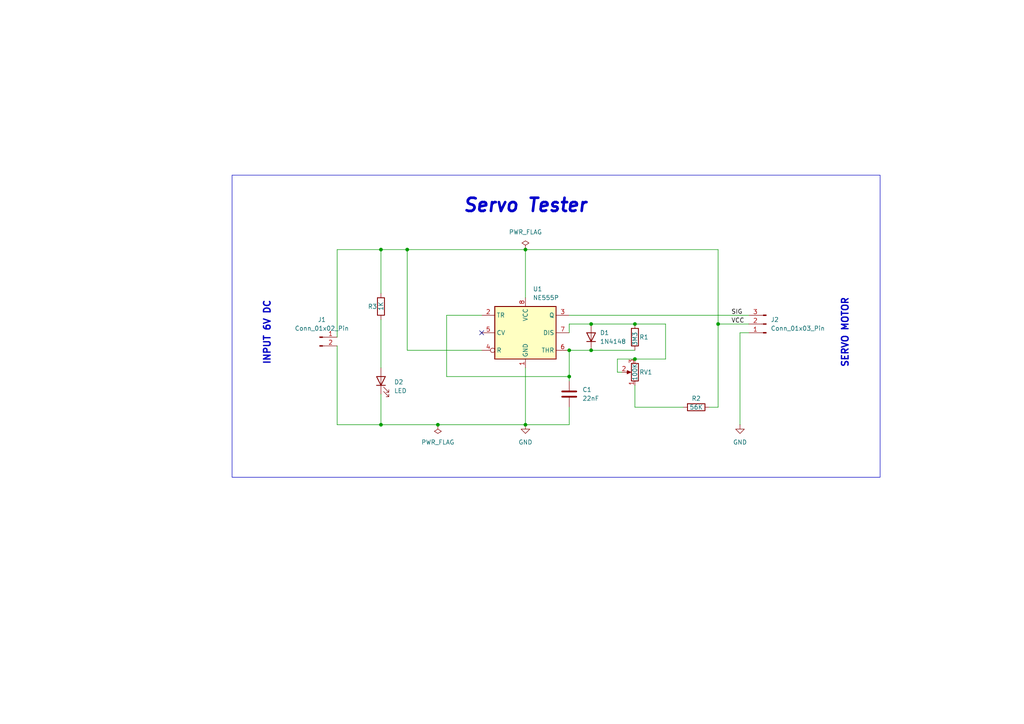
<source format=kicad_sch>
(kicad_sch
	(version 20250114)
	(generator "eeschema")
	(generator_version "9.0")
	(uuid "5afdad33-902c-468b-96a5-1954b63e7e1f")
	(paper "A4")
	(title_block
		(title "Servo Tester")
		(date "2025-05-11")
		(rev "v1")
		(company "Ampnics")
		(comment 1 "Designed by Ramu Roy")
	)
	(lib_symbols
		(symbol "Connector:Conn_01x02_Pin"
			(pin_names
				(offset 1.016)
				(hide yes)
			)
			(exclude_from_sim no)
			(in_bom yes)
			(on_board yes)
			(property "Reference" "J"
				(at 0 2.54 0)
				(effects
					(font
						(size 1.27 1.27)
					)
				)
			)
			(property "Value" "Conn_01x02_Pin"
				(at 0 -5.08 0)
				(effects
					(font
						(size 1.27 1.27)
					)
				)
			)
			(property "Footprint" ""
				(at 0 0 0)
				(effects
					(font
						(size 1.27 1.27)
					)
					(hide yes)
				)
			)
			(property "Datasheet" "~"
				(at 0 0 0)
				(effects
					(font
						(size 1.27 1.27)
					)
					(hide yes)
				)
			)
			(property "Description" "Generic connector, single row, 01x02, script generated"
				(at 0 0 0)
				(effects
					(font
						(size 1.27 1.27)
					)
					(hide yes)
				)
			)
			(property "ki_locked" ""
				(at 0 0 0)
				(effects
					(font
						(size 1.27 1.27)
					)
				)
			)
			(property "ki_keywords" "connector"
				(at 0 0 0)
				(effects
					(font
						(size 1.27 1.27)
					)
					(hide yes)
				)
			)
			(property "ki_fp_filters" "Connector*:*_1x??_*"
				(at 0 0 0)
				(effects
					(font
						(size 1.27 1.27)
					)
					(hide yes)
				)
			)
			(symbol "Conn_01x02_Pin_1_1"
				(rectangle
					(start 0.8636 0.127)
					(end 0 -0.127)
					(stroke
						(width 0.1524)
						(type default)
					)
					(fill
						(type outline)
					)
				)
				(rectangle
					(start 0.8636 -2.413)
					(end 0 -2.667)
					(stroke
						(width 0.1524)
						(type default)
					)
					(fill
						(type outline)
					)
				)
				(polyline
					(pts
						(xy 1.27 0) (xy 0.8636 0)
					)
					(stroke
						(width 0.1524)
						(type default)
					)
					(fill
						(type none)
					)
				)
				(polyline
					(pts
						(xy 1.27 -2.54) (xy 0.8636 -2.54)
					)
					(stroke
						(width 0.1524)
						(type default)
					)
					(fill
						(type none)
					)
				)
				(pin passive line
					(at 5.08 0 180)
					(length 3.81)
					(name "Pin_1"
						(effects
							(font
								(size 1.27 1.27)
							)
						)
					)
					(number "1"
						(effects
							(font
								(size 1.27 1.27)
							)
						)
					)
				)
				(pin passive line
					(at 5.08 -2.54 180)
					(length 3.81)
					(name "Pin_2"
						(effects
							(font
								(size 1.27 1.27)
							)
						)
					)
					(number "2"
						(effects
							(font
								(size 1.27 1.27)
							)
						)
					)
				)
			)
			(embedded_fonts no)
		)
		(symbol "Connector:Conn_01x03_Pin"
			(pin_names
				(offset 1.016)
				(hide yes)
			)
			(exclude_from_sim no)
			(in_bom yes)
			(on_board yes)
			(property "Reference" "J"
				(at 0 5.08 0)
				(effects
					(font
						(size 1.27 1.27)
					)
				)
			)
			(property "Value" "Conn_01x03_Pin"
				(at 0 -5.08 0)
				(effects
					(font
						(size 1.27 1.27)
					)
				)
			)
			(property "Footprint" ""
				(at 0 0 0)
				(effects
					(font
						(size 1.27 1.27)
					)
					(hide yes)
				)
			)
			(property "Datasheet" "~"
				(at 0 0 0)
				(effects
					(font
						(size 1.27 1.27)
					)
					(hide yes)
				)
			)
			(property "Description" "Generic connector, single row, 01x03, script generated"
				(at 0 0 0)
				(effects
					(font
						(size 1.27 1.27)
					)
					(hide yes)
				)
			)
			(property "ki_locked" ""
				(at 0 0 0)
				(effects
					(font
						(size 1.27 1.27)
					)
				)
			)
			(property "ki_keywords" "connector"
				(at 0 0 0)
				(effects
					(font
						(size 1.27 1.27)
					)
					(hide yes)
				)
			)
			(property "ki_fp_filters" "Connector*:*_1x??_*"
				(at 0 0 0)
				(effects
					(font
						(size 1.27 1.27)
					)
					(hide yes)
				)
			)
			(symbol "Conn_01x03_Pin_1_1"
				(rectangle
					(start 0.8636 2.667)
					(end 0 2.413)
					(stroke
						(width 0.1524)
						(type default)
					)
					(fill
						(type outline)
					)
				)
				(rectangle
					(start 0.8636 0.127)
					(end 0 -0.127)
					(stroke
						(width 0.1524)
						(type default)
					)
					(fill
						(type outline)
					)
				)
				(rectangle
					(start 0.8636 -2.413)
					(end 0 -2.667)
					(stroke
						(width 0.1524)
						(type default)
					)
					(fill
						(type outline)
					)
				)
				(polyline
					(pts
						(xy 1.27 2.54) (xy 0.8636 2.54)
					)
					(stroke
						(width 0.1524)
						(type default)
					)
					(fill
						(type none)
					)
				)
				(polyline
					(pts
						(xy 1.27 0) (xy 0.8636 0)
					)
					(stroke
						(width 0.1524)
						(type default)
					)
					(fill
						(type none)
					)
				)
				(polyline
					(pts
						(xy 1.27 -2.54) (xy 0.8636 -2.54)
					)
					(stroke
						(width 0.1524)
						(type default)
					)
					(fill
						(type none)
					)
				)
				(pin passive line
					(at 5.08 2.54 180)
					(length 3.81)
					(name "Pin_1"
						(effects
							(font
								(size 1.27 1.27)
							)
						)
					)
					(number "1"
						(effects
							(font
								(size 1.27 1.27)
							)
						)
					)
				)
				(pin passive line
					(at 5.08 0 180)
					(length 3.81)
					(name "Pin_2"
						(effects
							(font
								(size 1.27 1.27)
							)
						)
					)
					(number "2"
						(effects
							(font
								(size 1.27 1.27)
							)
						)
					)
				)
				(pin passive line
					(at 5.08 -2.54 180)
					(length 3.81)
					(name "Pin_3"
						(effects
							(font
								(size 1.27 1.27)
							)
						)
					)
					(number "3"
						(effects
							(font
								(size 1.27 1.27)
							)
						)
					)
				)
			)
			(embedded_fonts no)
		)
		(symbol "Device:C"
			(pin_numbers
				(hide yes)
			)
			(pin_names
				(offset 0.254)
			)
			(exclude_from_sim no)
			(in_bom yes)
			(on_board yes)
			(property "Reference" "C"
				(at 0.635 2.54 0)
				(effects
					(font
						(size 1.27 1.27)
					)
					(justify left)
				)
			)
			(property "Value" "C"
				(at 0.635 -2.54 0)
				(effects
					(font
						(size 1.27 1.27)
					)
					(justify left)
				)
			)
			(property "Footprint" ""
				(at 0.9652 -3.81 0)
				(effects
					(font
						(size 1.27 1.27)
					)
					(hide yes)
				)
			)
			(property "Datasheet" "~"
				(at 0 0 0)
				(effects
					(font
						(size 1.27 1.27)
					)
					(hide yes)
				)
			)
			(property "Description" "Unpolarized capacitor"
				(at 0 0 0)
				(effects
					(font
						(size 1.27 1.27)
					)
					(hide yes)
				)
			)
			(property "ki_keywords" "cap capacitor"
				(at 0 0 0)
				(effects
					(font
						(size 1.27 1.27)
					)
					(hide yes)
				)
			)
			(property "ki_fp_filters" "C_*"
				(at 0 0 0)
				(effects
					(font
						(size 1.27 1.27)
					)
					(hide yes)
				)
			)
			(symbol "C_0_1"
				(polyline
					(pts
						(xy -2.032 0.762) (xy 2.032 0.762)
					)
					(stroke
						(width 0.508)
						(type default)
					)
					(fill
						(type none)
					)
				)
				(polyline
					(pts
						(xy -2.032 -0.762) (xy 2.032 -0.762)
					)
					(stroke
						(width 0.508)
						(type default)
					)
					(fill
						(type none)
					)
				)
			)
			(symbol "C_1_1"
				(pin passive line
					(at 0 3.81 270)
					(length 2.794)
					(name "~"
						(effects
							(font
								(size 1.27 1.27)
							)
						)
					)
					(number "1"
						(effects
							(font
								(size 1.27 1.27)
							)
						)
					)
				)
				(pin passive line
					(at 0 -3.81 90)
					(length 2.794)
					(name "~"
						(effects
							(font
								(size 1.27 1.27)
							)
						)
					)
					(number "2"
						(effects
							(font
								(size 1.27 1.27)
							)
						)
					)
				)
			)
			(embedded_fonts no)
		)
		(symbol "Device:LED"
			(pin_numbers
				(hide yes)
			)
			(pin_names
				(offset 1.016)
				(hide yes)
			)
			(exclude_from_sim no)
			(in_bom yes)
			(on_board yes)
			(property "Reference" "D"
				(at 0 2.54 0)
				(effects
					(font
						(size 1.27 1.27)
					)
				)
			)
			(property "Value" "LED"
				(at 0 -2.54 0)
				(effects
					(font
						(size 1.27 1.27)
					)
				)
			)
			(property "Footprint" ""
				(at 0 0 0)
				(effects
					(font
						(size 1.27 1.27)
					)
					(hide yes)
				)
			)
			(property "Datasheet" "~"
				(at 0 0 0)
				(effects
					(font
						(size 1.27 1.27)
					)
					(hide yes)
				)
			)
			(property "Description" "Light emitting diode"
				(at 0 0 0)
				(effects
					(font
						(size 1.27 1.27)
					)
					(hide yes)
				)
			)
			(property "Sim.Pins" "1=K 2=A"
				(at 0 0 0)
				(effects
					(font
						(size 1.27 1.27)
					)
					(hide yes)
				)
			)
			(property "ki_keywords" "LED diode"
				(at 0 0 0)
				(effects
					(font
						(size 1.27 1.27)
					)
					(hide yes)
				)
			)
			(property "ki_fp_filters" "LED* LED_SMD:* LED_THT:*"
				(at 0 0 0)
				(effects
					(font
						(size 1.27 1.27)
					)
					(hide yes)
				)
			)
			(symbol "LED_0_1"
				(polyline
					(pts
						(xy -3.048 -0.762) (xy -4.572 -2.286) (xy -3.81 -2.286) (xy -4.572 -2.286) (xy -4.572 -1.524)
					)
					(stroke
						(width 0)
						(type default)
					)
					(fill
						(type none)
					)
				)
				(polyline
					(pts
						(xy -1.778 -0.762) (xy -3.302 -2.286) (xy -2.54 -2.286) (xy -3.302 -2.286) (xy -3.302 -1.524)
					)
					(stroke
						(width 0)
						(type default)
					)
					(fill
						(type none)
					)
				)
				(polyline
					(pts
						(xy -1.27 0) (xy 1.27 0)
					)
					(stroke
						(width 0)
						(type default)
					)
					(fill
						(type none)
					)
				)
				(polyline
					(pts
						(xy -1.27 -1.27) (xy -1.27 1.27)
					)
					(stroke
						(width 0.254)
						(type default)
					)
					(fill
						(type none)
					)
				)
				(polyline
					(pts
						(xy 1.27 -1.27) (xy 1.27 1.27) (xy -1.27 0) (xy 1.27 -1.27)
					)
					(stroke
						(width 0.254)
						(type default)
					)
					(fill
						(type none)
					)
				)
			)
			(symbol "LED_1_1"
				(pin passive line
					(at -3.81 0 0)
					(length 2.54)
					(name "K"
						(effects
							(font
								(size 1.27 1.27)
							)
						)
					)
					(number "1"
						(effects
							(font
								(size 1.27 1.27)
							)
						)
					)
				)
				(pin passive line
					(at 3.81 0 180)
					(length 2.54)
					(name "A"
						(effects
							(font
								(size 1.27 1.27)
							)
						)
					)
					(number "2"
						(effects
							(font
								(size 1.27 1.27)
							)
						)
					)
				)
			)
			(embedded_fonts no)
		)
		(symbol "Device:R"
			(pin_numbers
				(hide yes)
			)
			(pin_names
				(offset 0)
			)
			(exclude_from_sim no)
			(in_bom yes)
			(on_board yes)
			(property "Reference" "R"
				(at 2.032 0 90)
				(effects
					(font
						(size 1.27 1.27)
					)
				)
			)
			(property "Value" "R"
				(at 0 0 90)
				(effects
					(font
						(size 1.27 1.27)
					)
				)
			)
			(property "Footprint" ""
				(at -1.778 0 90)
				(effects
					(font
						(size 1.27 1.27)
					)
					(hide yes)
				)
			)
			(property "Datasheet" "~"
				(at 0 0 0)
				(effects
					(font
						(size 1.27 1.27)
					)
					(hide yes)
				)
			)
			(property "Description" "Resistor"
				(at 0 0 0)
				(effects
					(font
						(size 1.27 1.27)
					)
					(hide yes)
				)
			)
			(property "ki_keywords" "R res resistor"
				(at 0 0 0)
				(effects
					(font
						(size 1.27 1.27)
					)
					(hide yes)
				)
			)
			(property "ki_fp_filters" "R_*"
				(at 0 0 0)
				(effects
					(font
						(size 1.27 1.27)
					)
					(hide yes)
				)
			)
			(symbol "R_0_1"
				(rectangle
					(start -1.016 -2.54)
					(end 1.016 2.54)
					(stroke
						(width 0.254)
						(type default)
					)
					(fill
						(type none)
					)
				)
			)
			(symbol "R_1_1"
				(pin passive line
					(at 0 3.81 270)
					(length 1.27)
					(name "~"
						(effects
							(font
								(size 1.27 1.27)
							)
						)
					)
					(number "1"
						(effects
							(font
								(size 1.27 1.27)
							)
						)
					)
				)
				(pin passive line
					(at 0 -3.81 90)
					(length 1.27)
					(name "~"
						(effects
							(font
								(size 1.27 1.27)
							)
						)
					)
					(number "2"
						(effects
							(font
								(size 1.27 1.27)
							)
						)
					)
				)
			)
			(embedded_fonts no)
		)
		(symbol "Device:R_Potentiometer"
			(pin_names
				(offset 1.016)
				(hide yes)
			)
			(exclude_from_sim no)
			(in_bom yes)
			(on_board yes)
			(property "Reference" "RV"
				(at -4.445 0 90)
				(effects
					(font
						(size 1.27 1.27)
					)
				)
			)
			(property "Value" "R_Potentiometer"
				(at -2.54 0 90)
				(effects
					(font
						(size 1.27 1.27)
					)
				)
			)
			(property "Footprint" ""
				(at 0 0 0)
				(effects
					(font
						(size 1.27 1.27)
					)
					(hide yes)
				)
			)
			(property "Datasheet" "~"
				(at 0 0 0)
				(effects
					(font
						(size 1.27 1.27)
					)
					(hide yes)
				)
			)
			(property "Description" "Potentiometer"
				(at 0 0 0)
				(effects
					(font
						(size 1.27 1.27)
					)
					(hide yes)
				)
			)
			(property "ki_keywords" "resistor variable"
				(at 0 0 0)
				(effects
					(font
						(size 1.27 1.27)
					)
					(hide yes)
				)
			)
			(property "ki_fp_filters" "Potentiometer*"
				(at 0 0 0)
				(effects
					(font
						(size 1.27 1.27)
					)
					(hide yes)
				)
			)
			(symbol "R_Potentiometer_0_1"
				(rectangle
					(start 1.016 2.54)
					(end -1.016 -2.54)
					(stroke
						(width 0.254)
						(type default)
					)
					(fill
						(type none)
					)
				)
				(polyline
					(pts
						(xy 1.143 0) (xy 2.286 0.508) (xy 2.286 -0.508) (xy 1.143 0)
					)
					(stroke
						(width 0)
						(type default)
					)
					(fill
						(type outline)
					)
				)
				(polyline
					(pts
						(xy 2.54 0) (xy 1.524 0)
					)
					(stroke
						(width 0)
						(type default)
					)
					(fill
						(type none)
					)
				)
			)
			(symbol "R_Potentiometer_1_1"
				(pin passive line
					(at 0 3.81 270)
					(length 1.27)
					(name "1"
						(effects
							(font
								(size 1.27 1.27)
							)
						)
					)
					(number "1"
						(effects
							(font
								(size 1.27 1.27)
							)
						)
					)
				)
				(pin passive line
					(at 0 -3.81 90)
					(length 1.27)
					(name "3"
						(effects
							(font
								(size 1.27 1.27)
							)
						)
					)
					(number "3"
						(effects
							(font
								(size 1.27 1.27)
							)
						)
					)
				)
				(pin passive line
					(at 3.81 0 180)
					(length 1.27)
					(name "2"
						(effects
							(font
								(size 1.27 1.27)
							)
						)
					)
					(number "2"
						(effects
							(font
								(size 1.27 1.27)
							)
						)
					)
				)
			)
			(embedded_fonts no)
		)
		(symbol "Diode:1N4148"
			(pin_numbers
				(hide yes)
			)
			(pin_names
				(hide yes)
			)
			(exclude_from_sim no)
			(in_bom yes)
			(on_board yes)
			(property "Reference" "D"
				(at 0 2.54 0)
				(effects
					(font
						(size 1.27 1.27)
					)
				)
			)
			(property "Value" "1N4148"
				(at 0 -2.54 0)
				(effects
					(font
						(size 1.27 1.27)
					)
				)
			)
			(property "Footprint" "Diode_THT:D_DO-35_SOD27_P7.62mm_Horizontal"
				(at 0 0 0)
				(effects
					(font
						(size 1.27 1.27)
					)
					(hide yes)
				)
			)
			(property "Datasheet" "https://assets.nexperia.com/documents/data-sheet/1N4148_1N4448.pdf"
				(at 0 0 0)
				(effects
					(font
						(size 1.27 1.27)
					)
					(hide yes)
				)
			)
			(property "Description" "100V 0.15A standard switching diode, DO-35"
				(at 0 0 0)
				(effects
					(font
						(size 1.27 1.27)
					)
					(hide yes)
				)
			)
			(property "Sim.Device" "D"
				(at 0 0 0)
				(effects
					(font
						(size 1.27 1.27)
					)
					(hide yes)
				)
			)
			(property "Sim.Pins" "1=K 2=A"
				(at 0 0 0)
				(effects
					(font
						(size 1.27 1.27)
					)
					(hide yes)
				)
			)
			(property "ki_keywords" "diode"
				(at 0 0 0)
				(effects
					(font
						(size 1.27 1.27)
					)
					(hide yes)
				)
			)
			(property "ki_fp_filters" "D*DO?35*"
				(at 0 0 0)
				(effects
					(font
						(size 1.27 1.27)
					)
					(hide yes)
				)
			)
			(symbol "1N4148_0_1"
				(polyline
					(pts
						(xy -1.27 1.27) (xy -1.27 -1.27)
					)
					(stroke
						(width 0.254)
						(type default)
					)
					(fill
						(type none)
					)
				)
				(polyline
					(pts
						(xy 1.27 1.27) (xy 1.27 -1.27) (xy -1.27 0) (xy 1.27 1.27)
					)
					(stroke
						(width 0.254)
						(type default)
					)
					(fill
						(type none)
					)
				)
				(polyline
					(pts
						(xy 1.27 0) (xy -1.27 0)
					)
					(stroke
						(width 0)
						(type default)
					)
					(fill
						(type none)
					)
				)
			)
			(symbol "1N4148_1_1"
				(pin passive line
					(at -3.81 0 0)
					(length 2.54)
					(name "K"
						(effects
							(font
								(size 1.27 1.27)
							)
						)
					)
					(number "1"
						(effects
							(font
								(size 1.27 1.27)
							)
						)
					)
				)
				(pin passive line
					(at 3.81 0 180)
					(length 2.54)
					(name "A"
						(effects
							(font
								(size 1.27 1.27)
							)
						)
					)
					(number "2"
						(effects
							(font
								(size 1.27 1.27)
							)
						)
					)
				)
			)
			(embedded_fonts no)
		)
		(symbol "Timer:NE555P"
			(exclude_from_sim no)
			(in_bom yes)
			(on_board yes)
			(property "Reference" "U"
				(at -10.16 8.89 0)
				(effects
					(font
						(size 1.27 1.27)
					)
					(justify left)
				)
			)
			(property "Value" "NE555P"
				(at 2.54 8.89 0)
				(effects
					(font
						(size 1.27 1.27)
					)
					(justify left)
				)
			)
			(property "Footprint" "Package_DIP:DIP-8_W7.62mm"
				(at 16.51 -10.16 0)
				(effects
					(font
						(size 1.27 1.27)
					)
					(hide yes)
				)
			)
			(property "Datasheet" "http://www.ti.com/lit/ds/symlink/ne555.pdf"
				(at 21.59 -10.16 0)
				(effects
					(font
						(size 1.27 1.27)
					)
					(hide yes)
				)
			)
			(property "Description" "Precision Timers, 555 compatible,  PDIP-8"
				(at 0 0 0)
				(effects
					(font
						(size 1.27 1.27)
					)
					(hide yes)
				)
			)
			(property "ki_keywords" "single timer 555"
				(at 0 0 0)
				(effects
					(font
						(size 1.27 1.27)
					)
					(hide yes)
				)
			)
			(property "ki_fp_filters" "DIP*W7.62mm*"
				(at 0 0 0)
				(effects
					(font
						(size 1.27 1.27)
					)
					(hide yes)
				)
			)
			(symbol "NE555P_0_0"
				(pin power_in line
					(at 0 10.16 270)
					(length 2.54)
					(name "VCC"
						(effects
							(font
								(size 1.27 1.27)
							)
						)
					)
					(number "8"
						(effects
							(font
								(size 1.27 1.27)
							)
						)
					)
				)
				(pin power_in line
					(at 0 -10.16 90)
					(length 2.54)
					(name "GND"
						(effects
							(font
								(size 1.27 1.27)
							)
						)
					)
					(number "1"
						(effects
							(font
								(size 1.27 1.27)
							)
						)
					)
				)
			)
			(symbol "NE555P_0_1"
				(rectangle
					(start -8.89 -7.62)
					(end 8.89 7.62)
					(stroke
						(width 0.254)
						(type default)
					)
					(fill
						(type background)
					)
				)
				(rectangle
					(start -8.89 -7.62)
					(end 8.89 7.62)
					(stroke
						(width 0.254)
						(type default)
					)
					(fill
						(type background)
					)
				)
			)
			(symbol "NE555P_1_1"
				(pin input line
					(at -12.7 5.08 0)
					(length 3.81)
					(name "TR"
						(effects
							(font
								(size 1.27 1.27)
							)
						)
					)
					(number "2"
						(effects
							(font
								(size 1.27 1.27)
							)
						)
					)
				)
				(pin input line
					(at -12.7 0 0)
					(length 3.81)
					(name "CV"
						(effects
							(font
								(size 1.27 1.27)
							)
						)
					)
					(number "5"
						(effects
							(font
								(size 1.27 1.27)
							)
						)
					)
				)
				(pin input inverted
					(at -12.7 -5.08 0)
					(length 3.81)
					(name "R"
						(effects
							(font
								(size 1.27 1.27)
							)
						)
					)
					(number "4"
						(effects
							(font
								(size 1.27 1.27)
							)
						)
					)
				)
				(pin output line
					(at 12.7 5.08 180)
					(length 3.81)
					(name "Q"
						(effects
							(font
								(size 1.27 1.27)
							)
						)
					)
					(number "3"
						(effects
							(font
								(size 1.27 1.27)
							)
						)
					)
				)
				(pin input line
					(at 12.7 0 180)
					(length 3.81)
					(name "DIS"
						(effects
							(font
								(size 1.27 1.27)
							)
						)
					)
					(number "7"
						(effects
							(font
								(size 1.27 1.27)
							)
						)
					)
				)
				(pin input line
					(at 12.7 -5.08 180)
					(length 3.81)
					(name "THR"
						(effects
							(font
								(size 1.27 1.27)
							)
						)
					)
					(number "6"
						(effects
							(font
								(size 1.27 1.27)
							)
						)
					)
				)
			)
			(embedded_fonts no)
		)
		(symbol "power:GND"
			(power)
			(pin_numbers
				(hide yes)
			)
			(pin_names
				(offset 0)
				(hide yes)
			)
			(exclude_from_sim no)
			(in_bom yes)
			(on_board yes)
			(property "Reference" "#PWR"
				(at 0 -6.35 0)
				(effects
					(font
						(size 1.27 1.27)
					)
					(hide yes)
				)
			)
			(property "Value" "GND"
				(at 0 -3.81 0)
				(effects
					(font
						(size 1.27 1.27)
					)
				)
			)
			(property "Footprint" ""
				(at 0 0 0)
				(effects
					(font
						(size 1.27 1.27)
					)
					(hide yes)
				)
			)
			(property "Datasheet" ""
				(at 0 0 0)
				(effects
					(font
						(size 1.27 1.27)
					)
					(hide yes)
				)
			)
			(property "Description" "Power symbol creates a global label with name \"GND\" , ground"
				(at 0 0 0)
				(effects
					(font
						(size 1.27 1.27)
					)
					(hide yes)
				)
			)
			(property "ki_keywords" "global power"
				(at 0 0 0)
				(effects
					(font
						(size 1.27 1.27)
					)
					(hide yes)
				)
			)
			(symbol "GND_0_1"
				(polyline
					(pts
						(xy 0 0) (xy 0 -1.27) (xy 1.27 -1.27) (xy 0 -2.54) (xy -1.27 -1.27) (xy 0 -1.27)
					)
					(stroke
						(width 0)
						(type default)
					)
					(fill
						(type none)
					)
				)
			)
			(symbol "GND_1_1"
				(pin power_in line
					(at 0 0 270)
					(length 0)
					(name "~"
						(effects
							(font
								(size 1.27 1.27)
							)
						)
					)
					(number "1"
						(effects
							(font
								(size 1.27 1.27)
							)
						)
					)
				)
			)
			(embedded_fonts no)
		)
		(symbol "power:PWR_FLAG"
			(power)
			(pin_numbers
				(hide yes)
			)
			(pin_names
				(offset 0)
				(hide yes)
			)
			(exclude_from_sim no)
			(in_bom yes)
			(on_board yes)
			(property "Reference" "#FLG"
				(at 0 1.905 0)
				(effects
					(font
						(size 1.27 1.27)
					)
					(hide yes)
				)
			)
			(property "Value" "PWR_FLAG"
				(at 0 3.81 0)
				(effects
					(font
						(size 1.27 1.27)
					)
				)
			)
			(property "Footprint" ""
				(at 0 0 0)
				(effects
					(font
						(size 1.27 1.27)
					)
					(hide yes)
				)
			)
			(property "Datasheet" "~"
				(at 0 0 0)
				(effects
					(font
						(size 1.27 1.27)
					)
					(hide yes)
				)
			)
			(property "Description" "Special symbol for telling ERC where power comes from"
				(at 0 0 0)
				(effects
					(font
						(size 1.27 1.27)
					)
					(hide yes)
				)
			)
			(property "ki_keywords" "flag power"
				(at 0 0 0)
				(effects
					(font
						(size 1.27 1.27)
					)
					(hide yes)
				)
			)
			(symbol "PWR_FLAG_0_0"
				(pin power_out line
					(at 0 0 90)
					(length 0)
					(name "~"
						(effects
							(font
								(size 1.27 1.27)
							)
						)
					)
					(number "1"
						(effects
							(font
								(size 1.27 1.27)
							)
						)
					)
				)
			)
			(symbol "PWR_FLAG_0_1"
				(polyline
					(pts
						(xy 0 0) (xy 0 1.27) (xy -1.016 1.905) (xy 0 2.54) (xy 1.016 1.905) (xy 0 1.27)
					)
					(stroke
						(width 0)
						(type default)
					)
					(fill
						(type none)
					)
				)
			)
			(embedded_fonts no)
		)
	)
	(rectangle
		(start 67.31 50.8)
		(end 255.27 138.43)
		(stroke
			(width 0)
			(type default)
		)
		(fill
			(type none)
		)
		(uuid 4ec7d237-2a92-4196-8cd9-4dfa30a28288)
	)
	(text "Servo Tester"
		(exclude_from_sim no)
		(at 152.4 59.69 0)
		(effects
			(font
				(size 3.81 3.81)
				(thickness 0.762)
				(bold yes)
				(italic yes)
			)
		)
		(uuid "369b88d1-538f-4df3-a438-0753d08e80a1")
	)
	(text "INPUT 6V DC"
		(exclude_from_sim no)
		(at 77.47 96.52 90)
		(effects
			(font
				(size 1.905 1.905)
				(thickness 0.381)
				(bold yes)
			)
		)
		(uuid "3fd1911f-9be2-462d-8e4b-5d7f453a490e")
	)
	(text "SERVO MOTOR"
		(exclude_from_sim no)
		(at 245.11 96.52 90)
		(effects
			(font
				(size 1.905 1.905)
				(thickness 0.381)
				(bold yes)
			)
		)
		(uuid "deac5396-8b58-438e-a1d5-35fd5651b93c")
	)
	(junction
		(at 110.49 72.39)
		(diameter 0)
		(color 0 0 0 0)
		(uuid "3f46134a-843f-40a0-9784-f13369efd7ea")
	)
	(junction
		(at 171.45 93.98)
		(diameter 0)
		(color 0 0 0 0)
		(uuid "3fffb005-4959-4674-96cf-2cb6b1ce3817")
	)
	(junction
		(at 208.28 93.98)
		(diameter 0)
		(color 0 0 0 0)
		(uuid "5b768e36-68fe-4306-89b9-3ae9a76cf46f")
	)
	(junction
		(at 110.49 123.19)
		(diameter 0)
		(color 0 0 0 0)
		(uuid "6df09b6b-b1ed-4bb0-8225-b9b4840167f0")
	)
	(junction
		(at 118.11 72.39)
		(diameter 0)
		(color 0 0 0 0)
		(uuid "85db1c48-4799-4236-9108-ca312984ed47")
	)
	(junction
		(at 127 123.19)
		(diameter 0)
		(color 0 0 0 0)
		(uuid "a88e12eb-e97c-4d5a-8970-51c453cd0d6d")
	)
	(junction
		(at 171.45 101.6)
		(diameter 0)
		(color 0 0 0 0)
		(uuid "ac25d427-db0a-4754-a963-edd149e148b6")
	)
	(junction
		(at 184.15 93.98)
		(diameter 0)
		(color 0 0 0 0)
		(uuid "b049ca13-0496-40bf-aacc-249f2a6ca683")
	)
	(junction
		(at 184.15 104.14)
		(diameter 0)
		(color 0 0 0 0)
		(uuid "c0f9e252-3503-45ad-9b0c-a1e50f487a87")
	)
	(junction
		(at 152.4 72.39)
		(diameter 0)
		(color 0 0 0 0)
		(uuid "d1b166d8-08aa-40be-98c5-05ae6e932d6e")
	)
	(junction
		(at 165.1 101.6)
		(diameter 0)
		(color 0 0 0 0)
		(uuid "d9172793-8b6e-4e2e-b2d7-eca6635d6d96")
	)
	(junction
		(at 165.1 109.22)
		(diameter 0)
		(color 0 0 0 0)
		(uuid "e6954237-e351-40ed-a516-3e26aa05a905")
	)
	(junction
		(at 152.4 123.19)
		(diameter 0)
		(color 0 0 0 0)
		(uuid "fcc201d0-fa11-45ff-a248-2fd1073aefec")
	)
	(no_connect
		(at 139.7 96.52)
		(uuid "75786524-698e-45ce-a42d-5fb4fa016b8b")
	)
	(wire
		(pts
			(xy 110.49 85.09) (xy 110.49 72.39)
		)
		(stroke
			(width 0)
			(type default)
		)
		(uuid "02181833-3029-4558-ac71-fd46c4056db8")
	)
	(wire
		(pts
			(xy 184.15 104.14) (xy 193.04 104.14)
		)
		(stroke
			(width 0)
			(type default)
		)
		(uuid "0786ba86-cf58-43ac-8a51-7f4c3b25baf7")
	)
	(wire
		(pts
			(xy 139.7 91.44) (xy 129.54 91.44)
		)
		(stroke
			(width 0)
			(type default)
		)
		(uuid "1411e0e4-2493-42c7-aa96-8a12e3b9dffb")
	)
	(wire
		(pts
			(xy 184.15 118.11) (xy 198.12 118.11)
		)
		(stroke
			(width 0)
			(type default)
		)
		(uuid "1c0010bc-6de8-418a-96d4-5e7c675c3409")
	)
	(wire
		(pts
			(xy 171.45 93.98) (xy 165.1 93.98)
		)
		(stroke
			(width 0)
			(type default)
		)
		(uuid "1da40be4-b5b3-4fe4-adc7-dce555e02f69")
	)
	(wire
		(pts
			(xy 152.4 72.39) (xy 208.28 72.39)
		)
		(stroke
			(width 0)
			(type default)
		)
		(uuid "202d0c37-c4a3-4cf0-ade9-2425051dc5ee")
	)
	(wire
		(pts
			(xy 110.49 123.19) (xy 127 123.19)
		)
		(stroke
			(width 0)
			(type default)
		)
		(uuid "2130594b-71c4-40f1-8d39-9534453813ed")
	)
	(wire
		(pts
			(xy 165.1 91.44) (xy 217.17 91.44)
		)
		(stroke
			(width 0)
			(type default)
		)
		(uuid "2a058250-e856-48f4-a6ae-edbc29daa9a6")
	)
	(wire
		(pts
			(xy 110.49 72.39) (xy 118.11 72.39)
		)
		(stroke
			(width 0)
			(type default)
		)
		(uuid "30a0898f-9d49-4218-80bb-adbc2f546299")
	)
	(wire
		(pts
			(xy 118.11 101.6) (xy 118.11 72.39)
		)
		(stroke
			(width 0)
			(type default)
		)
		(uuid "38e6ff51-8a42-4c7c-aa56-3d31df4856c8")
	)
	(wire
		(pts
			(xy 165.1 101.6) (xy 171.45 101.6)
		)
		(stroke
			(width 0)
			(type default)
		)
		(uuid "39bffc48-507a-4c1c-a6fb-7d51e40175ef")
	)
	(wire
		(pts
			(xy 129.54 109.22) (xy 165.1 109.22)
		)
		(stroke
			(width 0)
			(type default)
		)
		(uuid "3cd06494-01bc-43dc-b48f-bae9b017196c")
	)
	(wire
		(pts
			(xy 171.45 93.98) (xy 184.15 93.98)
		)
		(stroke
			(width 0)
			(type default)
		)
		(uuid "49fdac89-ef56-4f59-af84-0cedc054880d")
	)
	(wire
		(pts
			(xy 129.54 91.44) (xy 129.54 109.22)
		)
		(stroke
			(width 0)
			(type default)
		)
		(uuid "5c22ed00-7b21-4f2d-b62d-5d422c783a4e")
	)
	(wire
		(pts
			(xy 127 123.19) (xy 152.4 123.19)
		)
		(stroke
			(width 0)
			(type default)
		)
		(uuid "66cfcd6a-d754-4850-915d-f69aeae13a2c")
	)
	(wire
		(pts
			(xy 180.34 107.95) (xy 179.07 107.95)
		)
		(stroke
			(width 0)
			(type default)
		)
		(uuid "67b7c0fb-f62f-4515-b82a-93fa56b36615")
	)
	(wire
		(pts
			(xy 152.4 123.19) (xy 165.1 123.19)
		)
		(stroke
			(width 0)
			(type default)
		)
		(uuid "71da0245-5d9e-4d06-ad1a-a640b86d1c90")
	)
	(wire
		(pts
			(xy 110.49 114.3) (xy 110.49 123.19)
		)
		(stroke
			(width 0)
			(type default)
		)
		(uuid "7475a9d3-40d3-42cb-a618-f644fcbe10a3")
	)
	(wire
		(pts
			(xy 165.1 101.6) (xy 165.1 109.22)
		)
		(stroke
			(width 0)
			(type default)
		)
		(uuid "74ebdf90-c4a3-4e24-b8c9-6d13eee97cec")
	)
	(wire
		(pts
			(xy 110.49 92.71) (xy 110.49 106.68)
		)
		(stroke
			(width 0)
			(type default)
		)
		(uuid "85cd45dd-a480-4eba-8175-5aa92eafeda7")
	)
	(wire
		(pts
			(xy 205.74 118.11) (xy 208.28 118.11)
		)
		(stroke
			(width 0)
			(type default)
		)
		(uuid "89321ea9-0c8b-4032-bd46-4885a7bf440b")
	)
	(wire
		(pts
			(xy 97.79 97.79) (xy 97.79 72.39)
		)
		(stroke
			(width 0)
			(type default)
		)
		(uuid "8f00066c-4adf-4a1b-96d5-561fe3e857ac")
	)
	(wire
		(pts
			(xy 165.1 93.98) (xy 165.1 96.52)
		)
		(stroke
			(width 0)
			(type default)
		)
		(uuid "917f66a2-d77f-407b-8e9a-cce0ac8cc044")
	)
	(wire
		(pts
			(xy 97.79 72.39) (xy 110.49 72.39)
		)
		(stroke
			(width 0)
			(type default)
		)
		(uuid "9c2abb9d-037f-40d3-af61-2e560e448c87")
	)
	(wire
		(pts
			(xy 179.07 107.95) (xy 179.07 104.14)
		)
		(stroke
			(width 0)
			(type default)
		)
		(uuid "a5e11a84-2f4d-405b-9724-1fa39109790d")
	)
	(wire
		(pts
			(xy 184.15 111.76) (xy 184.15 118.11)
		)
		(stroke
			(width 0)
			(type default)
		)
		(uuid "a660ddc3-9ca2-4318-9227-521f072f18d1")
	)
	(wire
		(pts
			(xy 208.28 72.39) (xy 208.28 93.98)
		)
		(stroke
			(width 0)
			(type default)
		)
		(uuid "b08a802e-e1f7-4b1f-9eed-1a2c8f477174")
	)
	(wire
		(pts
			(xy 193.04 93.98) (xy 184.15 93.98)
		)
		(stroke
			(width 0)
			(type default)
		)
		(uuid "b478ea97-0623-441a-a636-3a999af87b84")
	)
	(wire
		(pts
			(xy 217.17 96.52) (xy 214.63 96.52)
		)
		(stroke
			(width 0)
			(type default)
		)
		(uuid "b53edde3-d882-4b68-9739-a7ac11e1818d")
	)
	(wire
		(pts
			(xy 208.28 93.98) (xy 208.28 118.11)
		)
		(stroke
			(width 0)
			(type default)
		)
		(uuid "c1f3f752-e7a4-4ea6-a965-704fe8f87c55")
	)
	(wire
		(pts
			(xy 193.04 104.14) (xy 193.04 93.98)
		)
		(stroke
			(width 0)
			(type default)
		)
		(uuid "c3b69639-0a8b-4534-9071-100388d37983")
	)
	(wire
		(pts
			(xy 165.1 109.22) (xy 165.1 110.49)
		)
		(stroke
			(width 0)
			(type default)
		)
		(uuid "d0eb7d69-dd2d-4c6d-a1c5-13939e7e0818")
	)
	(wire
		(pts
			(xy 97.79 100.33) (xy 97.79 123.19)
		)
		(stroke
			(width 0)
			(type default)
		)
		(uuid "d427175b-24bd-4200-a51a-362deceace94")
	)
	(wire
		(pts
			(xy 179.07 104.14) (xy 184.15 104.14)
		)
		(stroke
			(width 0)
			(type default)
		)
		(uuid "d8ea377e-31b4-4d41-ab88-e30833d5d899")
	)
	(wire
		(pts
			(xy 152.4 72.39) (xy 152.4 86.36)
		)
		(stroke
			(width 0)
			(type default)
		)
		(uuid "daed4966-d5c5-47e2-aae2-c140f74df20e")
	)
	(wire
		(pts
			(xy 165.1 123.19) (xy 165.1 118.11)
		)
		(stroke
			(width 0)
			(type default)
		)
		(uuid "e4ce74e8-75d1-48df-b077-6c0e03793f26")
	)
	(wire
		(pts
			(xy 97.79 123.19) (xy 110.49 123.19)
		)
		(stroke
			(width 0)
			(type default)
		)
		(uuid "e74666d5-8ede-4530-a86f-c67b61e51b1d")
	)
	(wire
		(pts
			(xy 171.45 101.6) (xy 184.15 101.6)
		)
		(stroke
			(width 0)
			(type default)
		)
		(uuid "ecb44cc1-2efa-4eb9-9d86-04e0e884406d")
	)
	(wire
		(pts
			(xy 208.28 93.98) (xy 217.17 93.98)
		)
		(stroke
			(width 0)
			(type default)
		)
		(uuid "f1966a83-4011-4076-bbf8-f810a1b68943")
	)
	(wire
		(pts
			(xy 139.7 101.6) (xy 118.11 101.6)
		)
		(stroke
			(width 0)
			(type default)
		)
		(uuid "f566a6e1-1919-487c-abd1-3f622d6aa045")
	)
	(wire
		(pts
			(xy 152.4 106.68) (xy 152.4 123.19)
		)
		(stroke
			(width 0)
			(type default)
		)
		(uuid "f7dda6ae-5b5c-4089-bc1c-4aa477f8afa6")
	)
	(wire
		(pts
			(xy 214.63 96.52) (xy 214.63 123.19)
		)
		(stroke
			(width 0)
			(type default)
		)
		(uuid "f8845007-501a-44c4-8c15-568ff01856a4")
	)
	(wire
		(pts
			(xy 118.11 72.39) (xy 152.4 72.39)
		)
		(stroke
			(width 0)
			(type default)
		)
		(uuid "fcc65c0a-d544-46f0-97e8-d2c054c52c6a")
	)
	(label "VCC"
		(at 212.09 93.98 0)
		(effects
			(font
				(size 1.27 1.27)
			)
			(justify left bottom)
		)
		(uuid "50a2a87c-d7cc-432d-857f-017360932a64")
	)
	(label "SIG"
		(at 212.09 91.44 0)
		(effects
			(font
				(size 1.27 1.27)
			)
			(justify left bottom)
		)
		(uuid "f9186653-da40-4be4-b302-75f227aeb3be")
	)
	(symbol
		(lib_id "Device:R")
		(at 184.15 97.79 0)
		(unit 1)
		(exclude_from_sim no)
		(in_bom yes)
		(on_board yes)
		(dnp no)
		(uuid "0e62b76e-3f59-4e81-af74-a5fc2c2f827e")
		(property "Reference" "R1"
			(at 185.42 97.79 0)
			(effects
				(font
					(size 1.27 1.27)
				)
				(justify left)
			)
		)
		(property "Value" "3M3"
			(at 184.15 100.33 90)
			(effects
				(font
					(size 1.27 1.27)
				)
				(justify left)
			)
		)
		(property "Footprint" "Resistor_THT:R_Axial_DIN0204_L3.6mm_D1.6mm_P7.62mm_Horizontal"
			(at 182.372 97.79 90)
			(effects
				(font
					(size 1.27 1.27)
				)
				(hide yes)
			)
		)
		(property "Datasheet" "~"
			(at 184.15 97.79 0)
			(effects
				(font
					(size 1.27 1.27)
				)
				(hide yes)
			)
		)
		(property "Description" "Resistor"
			(at 184.15 97.79 0)
			(effects
				(font
					(size 1.27 1.27)
				)
				(hide yes)
			)
		)
		(pin "1"
			(uuid "81b2d61b-d554-4d04-a057-c59066c62848")
		)
		(pin "2"
			(uuid "e9909764-b47f-43dd-9b5f-3041d5955f2a")
		)
		(instances
			(project ""
				(path "/5afdad33-902c-468b-96a5-1954b63e7e1f"
					(reference "R1")
					(unit 1)
				)
			)
		)
	)
	(symbol
		(lib_id "Device:R_Potentiometer")
		(at 184.15 107.95 180)
		(unit 1)
		(exclude_from_sim no)
		(in_bom yes)
		(on_board yes)
		(dnp no)
		(uuid "2a19e6b0-a0b8-490f-a3bc-ba59a26c9a2f")
		(property "Reference" "RV1"
			(at 185.42 107.95 0)
			(effects
				(font
					(size 1.27 1.27)
				)
				(justify right)
			)
		)
		(property "Value" "100K"
			(at 184.15 110.49 90)
			(effects
				(font
					(size 1.27 1.27)
				)
				(justify right)
			)
		)
		(property "Footprint" "Potentiometer_THT:Potentiometer_Alps_RK163_Single_Horizontal"
			(at 184.15 107.95 0)
			(effects
				(font
					(size 1.27 1.27)
				)
				(hide yes)
			)
		)
		(property "Datasheet" "~"
			(at 184.15 107.95 0)
			(effects
				(font
					(size 1.27 1.27)
				)
				(hide yes)
			)
		)
		(property "Description" "Potentiometer"
			(at 184.15 107.95 0)
			(effects
				(font
					(size 1.27 1.27)
				)
				(hide yes)
			)
		)
		(pin "1"
			(uuid "8966e8ba-2a2c-44b8-9c9b-b48fa02be028")
		)
		(pin "3"
			(uuid "0be8d704-1ec8-4780-974a-57531197bca7")
		)
		(pin "2"
			(uuid "d5791f2c-e41a-4225-a2d7-ce52310360c3")
		)
		(instances
			(project ""
				(path "/5afdad33-902c-468b-96a5-1954b63e7e1f"
					(reference "RV1")
					(unit 1)
				)
			)
		)
	)
	(symbol
		(lib_id "Connector:Conn_01x02_Pin")
		(at 92.71 97.79 0)
		(unit 1)
		(exclude_from_sim no)
		(in_bom yes)
		(on_board yes)
		(dnp no)
		(fields_autoplaced yes)
		(uuid "3b3505f2-6f47-48cb-b615-aba773d69e70")
		(property "Reference" "J1"
			(at 93.345 92.71 0)
			(effects
				(font
					(size 1.27 1.27)
				)
			)
		)
		(property "Value" "Conn_01x02_Pin"
			(at 93.345 95.25 0)
			(effects
				(font
					(size 1.27 1.27)
				)
			)
		)
		(property "Footprint" "Connector_PinHeader_2.54mm:PinHeader_1x02_P2.54mm_Horizontal"
			(at 92.71 97.79 0)
			(effects
				(font
					(size 1.27 1.27)
				)
				(hide yes)
			)
		)
		(property "Datasheet" "~"
			(at 92.71 97.79 0)
			(effects
				(font
					(size 1.27 1.27)
				)
				(hide yes)
			)
		)
		(property "Description" "Generic connector, single row, 01x02, script generated"
			(at 92.71 97.79 0)
			(effects
				(font
					(size 1.27 1.27)
				)
				(hide yes)
			)
		)
		(pin "1"
			(uuid "78552e64-69ce-4980-980c-d250c1f7c0f6")
		)
		(pin "2"
			(uuid "c2e2aed9-921d-40ae-8a74-0e1d9dcce393")
		)
		(instances
			(project ""
				(path "/5afdad33-902c-468b-96a5-1954b63e7e1f"
					(reference "J1")
					(unit 1)
				)
			)
		)
	)
	(symbol
		(lib_id "Device:LED")
		(at 110.49 110.49 90)
		(unit 1)
		(exclude_from_sim no)
		(in_bom yes)
		(on_board yes)
		(dnp no)
		(fields_autoplaced yes)
		(uuid "609eff7e-7edb-45df-9d99-5b6ab67d430c")
		(property "Reference" "D2"
			(at 114.3 110.8074 90)
			(effects
				(font
					(size 1.27 1.27)
				)
				(justify right)
			)
		)
		(property "Value" "LED"
			(at 114.3 113.3474 90)
			(effects
				(font
					(size 1.27 1.27)
				)
				(justify right)
			)
		)
		(property "Footprint" "LED_THT:LED_D3.0mm"
			(at 110.49 110.49 0)
			(effects
				(font
					(size 1.27 1.27)
				)
				(hide yes)
			)
		)
		(property "Datasheet" "~"
			(at 110.49 110.49 0)
			(effects
				(font
					(size 1.27 1.27)
				)
				(hide yes)
			)
		)
		(property "Description" "Light emitting diode"
			(at 110.49 110.49 0)
			(effects
				(font
					(size 1.27 1.27)
				)
				(hide yes)
			)
		)
		(property "Sim.Pins" "1=K 2=A"
			(at 110.49 110.49 0)
			(effects
				(font
					(size 1.27 1.27)
				)
				(hide yes)
			)
		)
		(pin "1"
			(uuid "e3463931-7d06-421e-9e80-b4925cf3d03e")
		)
		(pin "2"
			(uuid "8189058d-5982-472d-8e0f-1b3da659fef3")
		)
		(instances
			(project ""
				(path "/5afdad33-902c-468b-96a5-1954b63e7e1f"
					(reference "D2")
					(unit 1)
				)
			)
		)
	)
	(symbol
		(lib_id "Diode:1N4148")
		(at 171.45 97.79 90)
		(unit 1)
		(exclude_from_sim no)
		(in_bom yes)
		(on_board yes)
		(dnp no)
		(fields_autoplaced yes)
		(uuid "6ffb09de-d0bf-4f20-bf59-f51cf3d24f92")
		(property "Reference" "D1"
			(at 173.99 96.5199 90)
			(effects
				(font
					(size 1.27 1.27)
				)
				(justify right)
			)
		)
		(property "Value" "1N4148"
			(at 173.99 99.0599 90)
			(effects
				(font
					(size 1.27 1.27)
				)
				(justify right)
			)
		)
		(property "Footprint" "Diode_THT:D_DO-35_SOD27_P7.62mm_Horizontal"
			(at 171.45 97.79 0)
			(effects
				(font
					(size 1.27 1.27)
				)
				(hide yes)
			)
		)
		(property "Datasheet" "https://assets.nexperia.com/documents/data-sheet/1N4148_1N4448.pdf"
			(at 171.45 97.79 0)
			(effects
				(font
					(size 1.27 1.27)
				)
				(hide yes)
			)
		)
		(property "Description" "100V 0.15A standard switching diode, DO-35"
			(at 171.45 97.79 0)
			(effects
				(font
					(size 1.27 1.27)
				)
				(hide yes)
			)
		)
		(property "Sim.Device" "D"
			(at 171.45 97.79 0)
			(effects
				(font
					(size 1.27 1.27)
				)
				(hide yes)
			)
		)
		(property "Sim.Pins" "1=K 2=A"
			(at 171.45 97.79 0)
			(effects
				(font
					(size 1.27 1.27)
				)
				(hide yes)
			)
		)
		(pin "1"
			(uuid "9eb74195-8740-4c40-9e2a-3941038ac13b")
		)
		(pin "2"
			(uuid "b0efb630-508d-4be8-aaa7-fa9c9269434d")
		)
		(instances
			(project ""
				(path "/5afdad33-902c-468b-96a5-1954b63e7e1f"
					(reference "D1")
					(unit 1)
				)
			)
		)
	)
	(symbol
		(lib_id "power:PWR_FLAG")
		(at 127 123.19 180)
		(unit 1)
		(exclude_from_sim no)
		(in_bom yes)
		(on_board yes)
		(dnp no)
		(fields_autoplaced yes)
		(uuid "735cea3e-e726-4b5d-93f7-a30bfc5a04b5")
		(property "Reference" "#FLG01"
			(at 127 125.095 0)
			(effects
				(font
					(size 1.27 1.27)
				)
				(hide yes)
			)
		)
		(property "Value" "PWR_FLAG"
			(at 127 128.27 0)
			(effects
				(font
					(size 1.27 1.27)
				)
			)
		)
		(property "Footprint" ""
			(at 127 123.19 0)
			(effects
				(font
					(size 1.27 1.27)
				)
				(hide yes)
			)
		)
		(property "Datasheet" "~"
			(at 127 123.19 0)
			(effects
				(font
					(size 1.27 1.27)
				)
				(hide yes)
			)
		)
		(property "Description" "Special symbol for telling ERC where power comes from"
			(at 127 123.19 0)
			(effects
				(font
					(size 1.27 1.27)
				)
				(hide yes)
			)
		)
		(pin "1"
			(uuid "370e6ac2-ef74-4de7-82cd-cb89b770983f")
		)
		(instances
			(project ""
				(path "/5afdad33-902c-468b-96a5-1954b63e7e1f"
					(reference "#FLG01")
					(unit 1)
				)
			)
		)
	)
	(symbol
		(lib_id "power:GND")
		(at 152.4 123.19 0)
		(unit 1)
		(exclude_from_sim no)
		(in_bom yes)
		(on_board yes)
		(dnp no)
		(fields_autoplaced yes)
		(uuid "7431949b-ccf6-4f07-a3f5-c8d30960e7f4")
		(property "Reference" "#PWR01"
			(at 152.4 129.54 0)
			(effects
				(font
					(size 1.27 1.27)
				)
				(hide yes)
			)
		)
		(property "Value" "GND"
			(at 152.4 128.27 0)
			(effects
				(font
					(size 1.27 1.27)
				)
			)
		)
		(property "Footprint" ""
			(at 152.4 123.19 0)
			(effects
				(font
					(size 1.27 1.27)
				)
				(hide yes)
			)
		)
		(property "Datasheet" ""
			(at 152.4 123.19 0)
			(effects
				(font
					(size 1.27 1.27)
				)
				(hide yes)
			)
		)
		(property "Description" "Power symbol creates a global label with name \"GND\" , ground"
			(at 152.4 123.19 0)
			(effects
				(font
					(size 1.27 1.27)
				)
				(hide yes)
			)
		)
		(pin "1"
			(uuid "6b8f6aa9-f5ae-4120-ad64-4e37730d68af")
		)
		(instances
			(project ""
				(path "/5afdad33-902c-468b-96a5-1954b63e7e1f"
					(reference "#PWR01")
					(unit 1)
				)
			)
		)
	)
	(symbol
		(lib_id "Device:R")
		(at 201.93 118.11 90)
		(unit 1)
		(exclude_from_sim no)
		(in_bom yes)
		(on_board yes)
		(dnp no)
		(uuid "87c29ddf-bfd7-4752-aa3b-617d1cb64ffe")
		(property "Reference" "R2"
			(at 201.93 115.57 90)
			(effects
				(font
					(size 1.27 1.27)
				)
			)
		)
		(property "Value" "56K"
			(at 201.93 118.11 90)
			(effects
				(font
					(size 1.27 1.27)
				)
			)
		)
		(property "Footprint" "Resistor_THT:R_Axial_DIN0204_L3.6mm_D1.6mm_P7.62mm_Horizontal"
			(at 201.93 119.888 90)
			(effects
				(font
					(size 1.27 1.27)
				)
				(hide yes)
			)
		)
		(property "Datasheet" "~"
			(at 201.93 118.11 0)
			(effects
				(font
					(size 1.27 1.27)
				)
				(hide yes)
			)
		)
		(property "Description" "Resistor"
			(at 201.93 118.11 0)
			(effects
				(font
					(size 1.27 1.27)
				)
				(hide yes)
			)
		)
		(pin "1"
			(uuid "c6d497b2-eb13-4fdb-b682-807c3648447e")
		)
		(pin "2"
			(uuid "10600e97-0eb8-4ec5-b52f-9c0665cb24b5")
		)
		(instances
			(project "Servo Tester"
				(path "/5afdad33-902c-468b-96a5-1954b63e7e1f"
					(reference "R2")
					(unit 1)
				)
			)
		)
	)
	(symbol
		(lib_id "Timer:NE555P")
		(at 152.4 96.52 0)
		(unit 1)
		(exclude_from_sim no)
		(in_bom yes)
		(on_board yes)
		(dnp no)
		(fields_autoplaced yes)
		(uuid "989cca92-d376-477b-ac5c-c7d40276c087")
		(property "Reference" "U1"
			(at 154.5433 83.82 0)
			(effects
				(font
					(size 1.27 1.27)
				)
				(justify left)
			)
		)
		(property "Value" "NE555P"
			(at 154.5433 86.36 0)
			(effects
				(font
					(size 1.27 1.27)
				)
				(justify left)
			)
		)
		(property "Footprint" "Package_DIP:DIP-8_W7.62mm"
			(at 168.91 106.68 0)
			(effects
				(font
					(size 1.27 1.27)
				)
				(hide yes)
			)
		)
		(property "Datasheet" "http://www.ti.com/lit/ds/symlink/ne555.pdf"
			(at 173.99 106.68 0)
			(effects
				(font
					(size 1.27 1.27)
				)
				(hide yes)
			)
		)
		(property "Description" "Precision Timers, 555 compatible,  PDIP-8"
			(at 152.4 96.52 0)
			(effects
				(font
					(size 1.27 1.27)
				)
				(hide yes)
			)
		)
		(pin "2"
			(uuid "c2f662f7-9e18-4118-8b13-529b5f0e4268")
		)
		(pin "8"
			(uuid "00f51a27-54bf-4185-9d50-ac7481022193")
		)
		(pin "1"
			(uuid "d02336bf-1c53-45d2-a048-8fc3615b7261")
		)
		(pin "4"
			(uuid "abd9fb67-42c9-4503-9f12-44cff1a9bda7")
		)
		(pin "6"
			(uuid "89a0eb7a-74b5-474e-be52-3983d45b5ce2")
		)
		(pin "3"
			(uuid "6c64e229-5a56-4764-a43b-8fe02f79fff7")
		)
		(pin "7"
			(uuid "3d639776-0033-4192-a59c-a4b21150e2b4")
		)
		(pin "5"
			(uuid "912dad63-e7f5-458d-b98c-5113bc2ff619")
		)
		(instances
			(project ""
				(path "/5afdad33-902c-468b-96a5-1954b63e7e1f"
					(reference "U1")
					(unit 1)
				)
			)
		)
	)
	(symbol
		(lib_id "power:GND")
		(at 214.63 123.19 0)
		(unit 1)
		(exclude_from_sim no)
		(in_bom yes)
		(on_board yes)
		(dnp no)
		(fields_autoplaced yes)
		(uuid "a25119c7-77e8-4c4b-b9ad-a0c7f62fc7a7")
		(property "Reference" "#PWR02"
			(at 214.63 129.54 0)
			(effects
				(font
					(size 1.27 1.27)
				)
				(hide yes)
			)
		)
		(property "Value" "GND"
			(at 214.63 128.27 0)
			(effects
				(font
					(size 1.27 1.27)
				)
			)
		)
		(property "Footprint" ""
			(at 214.63 123.19 0)
			(effects
				(font
					(size 1.27 1.27)
				)
				(hide yes)
			)
		)
		(property "Datasheet" ""
			(at 214.63 123.19 0)
			(effects
				(font
					(size 1.27 1.27)
				)
				(hide yes)
			)
		)
		(property "Description" "Power symbol creates a global label with name \"GND\" , ground"
			(at 214.63 123.19 0)
			(effects
				(font
					(size 1.27 1.27)
				)
				(hide yes)
			)
		)
		(pin "1"
			(uuid "ebff61b1-34b1-430e-86fd-8d16e077f065")
		)
		(instances
			(project ""
				(path "/5afdad33-902c-468b-96a5-1954b63e7e1f"
					(reference "#PWR02")
					(unit 1)
				)
			)
		)
	)
	(symbol
		(lib_id "Device:R")
		(at 110.49 88.9 0)
		(unit 1)
		(exclude_from_sim no)
		(in_bom yes)
		(on_board yes)
		(dnp no)
		(uuid "a9b3e13c-0248-4e06-a1cc-bb7947150978")
		(property "Reference" "R3"
			(at 106.68 88.9 0)
			(effects
				(font
					(size 1.27 1.27)
				)
				(justify left)
			)
		)
		(property "Value" "1K"
			(at 110.49 90.17 90)
			(effects
				(font
					(size 1.27 1.27)
				)
				(justify left)
			)
		)
		(property "Footprint" "Resistor_THT:R_Axial_DIN0204_L3.6mm_D1.6mm_P7.62mm_Horizontal"
			(at 108.712 88.9 90)
			(effects
				(font
					(size 1.27 1.27)
				)
				(hide yes)
			)
		)
		(property "Datasheet" "~"
			(at 110.49 88.9 0)
			(effects
				(font
					(size 1.27 1.27)
				)
				(hide yes)
			)
		)
		(property "Description" "Resistor"
			(at 110.49 88.9 0)
			(effects
				(font
					(size 1.27 1.27)
				)
				(hide yes)
			)
		)
		(pin "1"
			(uuid "588b87f4-6867-4c35-91cd-0c28eb74d026")
		)
		(pin "2"
			(uuid "8080628a-bc05-4462-a6b8-e3dc1ac1077f")
		)
		(instances
			(project "Servo Tester"
				(path "/5afdad33-902c-468b-96a5-1954b63e7e1f"
					(reference "R3")
					(unit 1)
				)
			)
		)
	)
	(symbol
		(lib_id "Device:C")
		(at 165.1 114.3 0)
		(unit 1)
		(exclude_from_sim no)
		(in_bom yes)
		(on_board yes)
		(dnp no)
		(fields_autoplaced yes)
		(uuid "ae0a40b7-7d37-472c-9d1e-750c3498b8dd")
		(property "Reference" "C1"
			(at 168.91 113.0299 0)
			(effects
				(font
					(size 1.27 1.27)
				)
				(justify left)
			)
		)
		(property "Value" "22nF"
			(at 168.91 115.5699 0)
			(effects
				(font
					(size 1.27 1.27)
				)
				(justify left)
			)
		)
		(property "Footprint" "Capacitor_THT:C_Disc_D4.3mm_W1.9mm_P5.00mm"
			(at 166.0652 118.11 0)
			(effects
				(font
					(size 1.27 1.27)
				)
				(hide yes)
			)
		)
		(property "Datasheet" "~"
			(at 165.1 114.3 0)
			(effects
				(font
					(size 1.27 1.27)
				)
				(hide yes)
			)
		)
		(property "Description" "Unpolarized capacitor"
			(at 165.1 114.3 0)
			(effects
				(font
					(size 1.27 1.27)
				)
				(hide yes)
			)
		)
		(pin "1"
			(uuid "6a1e5f35-c783-487a-ae10-0776bfc1b361")
		)
		(pin "2"
			(uuid "54830b61-1338-4aaa-8348-b8b3f17a9f4c")
		)
		(instances
			(project ""
				(path "/5afdad33-902c-468b-96a5-1954b63e7e1f"
					(reference "C1")
					(unit 1)
				)
			)
		)
	)
	(symbol
		(lib_id "power:PWR_FLAG")
		(at 152.4 72.39 0)
		(unit 1)
		(exclude_from_sim no)
		(in_bom yes)
		(on_board yes)
		(dnp no)
		(fields_autoplaced yes)
		(uuid "ee35190d-1291-4048-b8ee-8a88b5f6162b")
		(property "Reference" "#FLG02"
			(at 152.4 70.485 0)
			(effects
				(font
					(size 1.27 1.27)
				)
				(hide yes)
			)
		)
		(property "Value" "PWR_FLAG"
			(at 152.4 67.31 0)
			(effects
				(font
					(size 1.27 1.27)
				)
			)
		)
		(property "Footprint" ""
			(at 152.4 72.39 0)
			(effects
				(font
					(size 1.27 1.27)
				)
				(hide yes)
			)
		)
		(property "Datasheet" "~"
			(at 152.4 72.39 0)
			(effects
				(font
					(size 1.27 1.27)
				)
				(hide yes)
			)
		)
		(property "Description" "Special symbol for telling ERC where power comes from"
			(at 152.4 72.39 0)
			(effects
				(font
					(size 1.27 1.27)
				)
				(hide yes)
			)
		)
		(pin "1"
			(uuid "acda032e-2ab8-4982-83e7-046494d4717e")
		)
		(instances
			(project "Servo Tester"
				(path "/5afdad33-902c-468b-96a5-1954b63e7e1f"
					(reference "#FLG02")
					(unit 1)
				)
			)
		)
	)
	(symbol
		(lib_id "Connector:Conn_01x03_Pin")
		(at 222.25 93.98 180)
		(unit 1)
		(exclude_from_sim no)
		(in_bom yes)
		(on_board yes)
		(dnp no)
		(fields_autoplaced yes)
		(uuid "f3337c3f-0a43-44d9-aa8b-cea2353aa586")
		(property "Reference" "J2"
			(at 223.52 92.7099 0)
			(effects
				(font
					(size 1.27 1.27)
				)
				(justify right)
			)
		)
		(property "Value" "Conn_01x03_Pin"
			(at 223.52 95.2499 0)
			(effects
				(font
					(size 1.27 1.27)
				)
				(justify right)
			)
		)
		(property "Footprint" "Connector_PinHeader_2.54mm:PinHeader_1x03_P2.54mm_Horizontal"
			(at 222.25 93.98 0)
			(effects
				(font
					(size 1.27 1.27)
				)
				(hide yes)
			)
		)
		(property "Datasheet" "~"
			(at 222.25 93.98 0)
			(effects
				(font
					(size 1.27 1.27)
				)
				(hide yes)
			)
		)
		(property "Description" "Generic connector, single row, 01x03, script generated"
			(at 222.25 93.98 0)
			(effects
				(font
					(size 1.27 1.27)
				)
				(hide yes)
			)
		)
		(pin "2"
			(uuid "dfc41058-4f28-4384-a22e-996d7c4b79bb")
		)
		(pin "1"
			(uuid "94bd3516-66cf-45f2-ab72-c6d1757c03cd")
		)
		(pin "3"
			(uuid "5f1e872c-3ef2-4630-b0c7-170261a263a7")
		)
		(instances
			(project ""
				(path "/5afdad33-902c-468b-96a5-1954b63e7e1f"
					(reference "J2")
					(unit 1)
				)
			)
		)
	)
	(sheet_instances
		(path "/"
			(page "1")
		)
	)
	(embedded_fonts no)
)

</source>
